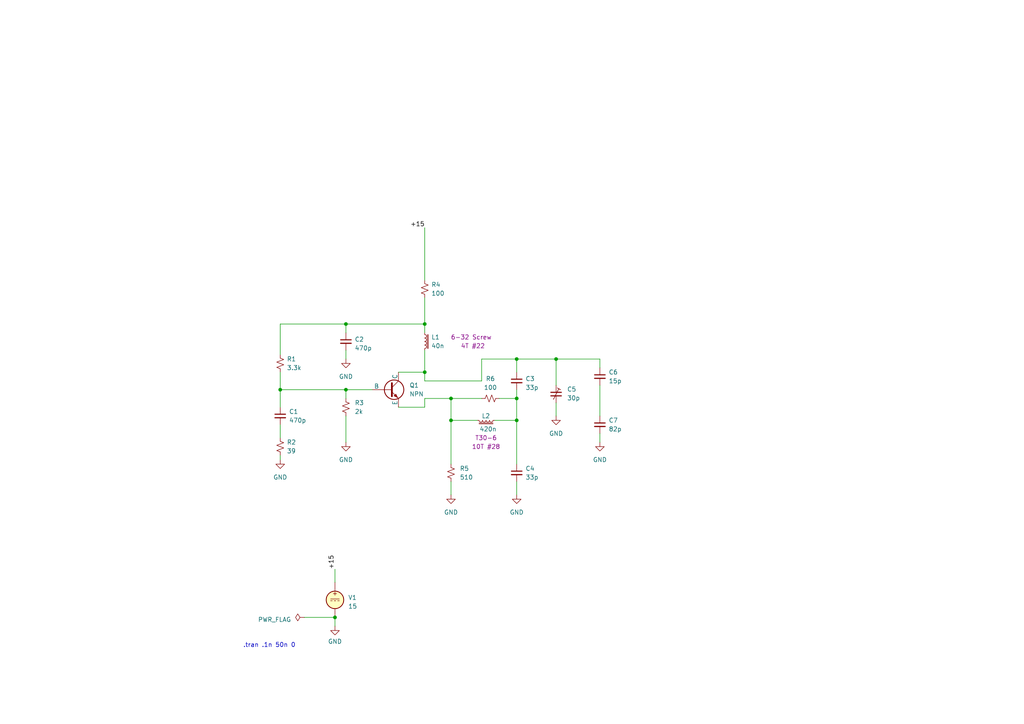
<source format=kicad_sch>
(kicad_sch (version 20230121) (generator eeschema)
  (paper "A4")
  (lib_symbols
    (symbol "Device:C_Small" (pin_numbers hide) (pin_names (offset 0.254) hide)
      (property "Reference" "C" (at 0.254 1.778 0))
      (property "Value" "C_Small" (at 0.254 -2.032 0))
      (symbol "C_Small_0_1"
        (polyline (pts (xy -1.524 -0.508) (xy 1.524 -0.508)) (stroke (width 0.3302)))
        (polyline (pts (xy -1.524 0.508) (xy 1.524 0.508)) (stroke (width 0.3048)))
      )
      (symbol "C_Small_1_1"
        (pin passive line (at 0 2.54 270) (length 2.032) (name "~") (number "1"))
        (pin passive line (at 0 -2.54 90) (length 2.032) (name "~") (number "2"))
      )
    )
    (symbol "Device:C_Trim_Small" (pin_numbers hide) (pin_names (offset 0.254) hide)
      (property "Reference" "C" (at 1.524 -2.032 0))
      (property "Value" "C_Trim_Small" (at 3.048 -3.556 0))
      (symbol "C_Trim_Small_0_1"
        (polyline (pts (xy -1.524 -0.508) (xy 1.524 -0.508)) (stroke (width 0.3048)))
        (polyline (pts (xy -1.524 0.508) (xy 1.524 0.508)) (stroke (width 0.3048)))
        (polyline (pts (xy 0.762 1.524) (xy -0.762 -1.524)) (stroke (width 0.1778)))
        (polyline (pts (xy 1.27 1.27) (xy 0.381 1.778)) (stroke (width 0.1778)))
      )
      (symbol "C_Trim_Small_1_1"
        (pin passive line (at 0 2.54 270) (length 2.032) (name "~") (number "1"))
        (pin passive line (at 0 -2.54 90) (length 2.032) (name "~") (number "2"))
      )
    )
    (symbol "Device:L_Iron_Small" (pin_numbers hide) (pin_names (offset 0.254) hide)
      (property "Reference" "L" (at 1.27 1.016 0))
      (property "Value" "L_Iron_Small" (at 1.27 -1.27 0))
      (symbol "L_Iron_Small_0_1"
        (arc (start 0 -2.032) (mid 0.5058 -1.524) (end 0 -1.016))
        (arc (start 0 -1.016) (mid 0.5058 -0.508) (end 0 0))
        (polyline (pts (xy 0.762 2.032) (xy 0.762 -2.032)))
        (polyline (pts (xy 1.016 -2.032) (xy 1.016 2.032)))
        (arc (start 0 0) (mid 0.5058 0.508) (end 0 1.016))
        (arc (start 0 1.016) (mid 0.5058 1.524) (end 0 2.032))
      )
      (symbol "L_Iron_Small_1_1"
        (pin passive line (at 0 2.54 270) (length 0.508) (name "~") (number "1"))
        (pin passive line (at 0 -2.54 90) (length 0.508) (name "~") (number "2"))
      )
    )
    (symbol "Device:R_Small_US" (pin_numbers hide) (pin_names (offset 0.254) hide)
      (property "Reference" "R" (at 0.762 0.508 0))
      (property "Value" "R_Small_US" (at 0.762 -1.016 0))
      (symbol "R_Small_US_1_1"
        (polyline (pts (xy 0 0) (xy 1.016 -0.381) (xy 0 -0.762) (xy -1.016 -1.143) (xy 0 -1.524)))
        (polyline (pts (xy 0 1.524) (xy 1.016 1.143) (xy 0 0.762) (xy -1.016 0.381) (xy 0 0)))
        (pin passive line (at 0 2.54 270) (length 1.016) (name "~") (number "1"))
        (pin passive line (at 0 -2.54 90) (length 1.016) (name "~") (number "2"))
      )
    )
    (symbol "Simulation_SPICE:NPN" (pin_numbers hide) (pin_names (offset 0))
      (property "Reference" "Q" (at -2.54 7.62 0))
      (property "Value" "NPN" (at -2.54 5.08 0))
      (symbol "NPN_0_1"
        (polyline (pts (xy -2.54 0) (xy 0.635 0)) (stroke (width 0.1524)))
        (polyline (pts (xy 0.635 0.635) (xy 2.54 2.54)))
        (polyline (pts (xy 2.794 -1.27) (xy 2.794 -1.27)) (stroke (width 0.1524)))
        (polyline (pts (xy 2.794 -1.27) (xy 2.794 -1.27)) (stroke (width 0.1524)))
        (polyline (pts (xy 0.635 -0.635) (xy 2.54 -2.54) (xy 2.54 -2.54)))
        (polyline (pts (xy 0.635 1.905) (xy 0.635 -1.905) (xy 0.635 -1.905)) (stroke (width 0.508)))
        (polyline (pts (xy 1.27 -1.778) (xy 1.778 -1.27) (xy 2.286 -2.286) (xy 1.27 -1.778) (xy 1.27 -1.778)) (fill (type outline)))
        (circle (center 1.27 0) (radius 2.8194) (stroke (width 0.254)))
      )
      (symbol "NPN_1_1"
        (pin open_collector line (at 2.54 5.08 270) (length 2.54) (name "C") (number "1"))
        (pin input line (at -5.08 0 0) (length 2.54) (name "B") (number "2"))
        (pin open_emitter line (at 2.54 -5.08 90) (length 2.54) (name "E") (number "3"))
      )
    )
    (symbol "Simulation_SPICE:VDC" (pin_numbers hide) (pin_names (offset 0.0254))
      (property "Reference" "V" (at 2.54 2.54 0))
      (property "Value" "1" (at 2.54 0 0))
      (symbol "VDC_0_0"
        (polyline (pts (xy -1.27 0.254) (xy 1.27 0.254)))
        (polyline (pts (xy -0.762 -0.254) (xy -1.27 -0.254)))
        (polyline (pts (xy 0.254 -0.254) (xy -0.254 -0.254)))
        (polyline (pts (xy 1.27 -0.254) (xy 0.762 -0.254)))
        (text "+" (at 0 1.905 0) (effects (font (size 1.27 1.27))))
      )
      (symbol "VDC_0_1"
        (circle (center 0 0) (radius 2.54) (stroke (width 0.254)) (fill (type background)))
      )
      (symbol "VDC_1_1"
        (pin passive line (at 0 5.08 270) (length 2.54) (name "~") (number "1"))
        (pin passive line (at 0 -5.08 90) (length 2.54) (name "~") (number "2"))
      )
    )
    (symbol "power:GND" (power) (pin_names (offset 0))
      (property "Value" "GND" (at 0 -3.81 0))
      (symbol "GND_0_1"
        (polyline (pts (xy 0 0) (xy 0 -1.27) (xy 1.27 -1.27) (xy 0 -2.54) (xy -1.27 -1.27) (xy 0 -1.27)))
      )
      (symbol "GND_1_1"
        (pin power_in line (at 0 0 270) (length 0) hide (name "GND") (number "1"))
      )
    )
    (symbol "power:PWR_FLAG" (power) (pin_numbers hide) (pin_names (offset 0) hide)
      (property "Value" "PWR_FLAG" (at 0 3.81 0))
      (symbol "PWR_FLAG_0_0"
        (pin power_out line (at 0 0 90) (length 0) (name "pwr") (number "1"))
      )
      (symbol "PWR_FLAG_0_1"
        (polyline (pts (xy 0 0) (xy 0 1.27) (xy -1.016 1.905) (xy 0 2.54) (xy 1.016 1.905) (xy 0 1.27)))
      )
    )
  )
  (junction (at 123.19 107.95))
  (junction (at 100.33 93.98))
  (junction (at 123.19 93.98))
  (junction (at 161.29 104.14))
  (junction (at 149.86 104.14))
  (junction (at 81.28 113.03))
  (junction (at 149.86 121.92))
  (junction (at 149.86 115.57))
  (junction (at 130.81 115.57))
  (junction (at 130.81 121.92))
  (junction (at 100.33 113.03))
  (junction (at 97.155 179.07))
  (wire (pts (xy 123.19 96.52) (xy 123.19 93.98)))
  (wire (pts (xy 81.28 102.87) (xy 81.28 93.98)))
  (wire (pts (xy 81.28 118.11) (xy 81.28 113.03)))
  (wire (pts (xy 139.7 110.49) (xy 139.7 104.14)))
  (wire (pts (xy 115.57 118.11) (xy 123.19 118.11)))
  (wire (pts (xy 161.29 104.14) (xy 173.99 104.14)))
  (wire (pts (xy 161.29 116.84) (xy 161.29 120.65)))
  (wire (pts (xy 97.155 179.07) (xy 97.155 181.61)))
  (wire (pts (xy 173.99 104.14) (xy 173.99 106.68)))
  (wire (pts (xy 100.33 120.65) (xy 100.33 128.27)))
  (wire (pts (xy 81.28 133.35) (xy 81.28 132.08)))
  (wire (pts (xy 130.81 115.57) (xy 139.7 115.57)))
  (wire (pts (xy 130.81 115.57) (xy 123.19 115.57)))
  (wire (pts (xy 81.28 93.98) (xy 100.33 93.98)))
  (wire (pts (xy 139.7 104.14) (xy 149.86 104.14)))
  (wire (pts (xy 123.19 101.6) (xy 123.19 107.95)))
  (wire (pts (xy 107.95 113.03) (xy 100.33 113.03)))
  (wire (pts (xy 123.19 110.49) (xy 139.7 110.49)))
  (wire (pts (xy 149.86 121.92) (xy 149.86 115.57)))
  (wire (pts (xy 173.99 111.76) (xy 173.99 120.65)))
  (wire (pts (xy 149.86 134.62) (xy 149.86 121.92)))
  (wire (pts (xy 138.43 121.92) (xy 130.81 121.92)))
  (wire (pts (xy 130.81 143.51) (xy 130.81 139.7)))
  (wire (pts (xy 149.86 107.95) (xy 149.86 104.14)))
  (wire (pts (xy 173.99 128.27) (xy 173.99 125.73)))
  (wire (pts (xy 97.155 165.1) (xy 97.155 168.91)))
  (wire (pts (xy 130.81 121.92) (xy 130.81 115.57)))
  (wire (pts (xy 130.81 134.62) (xy 130.81 121.92)))
  (wire (pts (xy 115.57 107.95) (xy 123.19 107.95)))
  (wire (pts (xy 144.78 115.57) (xy 149.86 115.57)))
  (wire (pts (xy 149.86 104.14) (xy 161.29 104.14)))
  (wire (pts (xy 123.19 66.04) (xy 123.19 81.28)))
  (wire (pts (xy 81.28 127) (xy 81.28 123.19)))
  (wire (pts (xy 123.19 115.57) (xy 123.19 118.11)))
  (wire (pts (xy 100.33 104.14) (xy 100.33 101.6)))
  (wire (pts (xy 143.51 121.92) (xy 149.86 121.92)))
  (wire (pts (xy 100.33 96.52) (xy 100.33 93.98)))
  (wire (pts (xy 81.28 113.03) (xy 100.33 113.03)))
  (wire (pts (xy 123.19 107.95) (xy 123.19 110.49)))
  (wire (pts (xy 149.86 115.57) (xy 149.86 113.03)))
  (wire (pts (xy 81.28 113.03) (xy 81.28 107.95)))
  (wire (pts (xy 123.19 86.36) (xy 123.19 93.98)))
  (wire (pts (xy 100.33 93.98) (xy 123.19 93.98)))
  (wire (pts (xy 100.33 115.57) (xy 100.33 113.03)))
  (wire (pts (xy 161.29 111.76) (xy 161.29 104.14)))
  (wire (pts (xy 88.265 179.07) (xy 97.155 179.07)))
  (wire (pts (xy 149.86 143.51) (xy 149.86 139.7)))
  (text ".tran .1n 50n 0" (at 70.485 187.96 0) (effects (font (size 1.27 1.27)) (justify left bottom)))
  (label "+15" (at 97.155 165.1 90))
  (label "+15" (at 123.19 66.04 180))
  (symbol (lib_id "Device:R_Small_US") (at 100.33 118.11 0) (unit 1)
    (property "Reference" "R3" (at 102.87 116.8399 0) (effects (justify left)))
    (property "Value" "2k" (at 102.87 119.3799 0) (effects (justify left)))
    (property "Footprint" "Resistor_THT:R_Axial_DIN0207_L6.3mm_D2.5mm_P7.62mm_Horizontal" (effects hide))
    (property "Datasheet" "https://www.yageo.com/upload/media/product/productsearch/datasheet/lr/YAGEO%20CFR_datasheet_2021v0.pdf" (effects hide))
    (property "Digikey-Part-Number" "13-CFR-25JT-52-2KCT-ND" (effects hide))
  )
  (symbol (lib_id "Device:R_Small_US") (at 142.24 115.57 90) (unit 1)
    (property "Reference" "R6" (at 142.24 109.855 90))
    (property "Value" "100" (at 142.24 112.395 90))
    (property "Footprint" "Resistor_THT:R_Axial_DIN0207_L6.3mm_D2.5mm_P7.62mm_Horizontal" (effects hide))
    (property "Datasheet" "https://www.yageo.com/upload/media/product/productsearch/datasheet/lr/YAGEO%20CFR_datasheet_2021v0.pdf" (effects hide))
    (property "Digikey-Part-Number" "36QBK-ND" (effects hide))
  )
  (symbol (lib_id "power:GND") (at 130.81 143.51 0) (unit 1)
    (property "Reference" "#PWR05" (effects hide))
    (property "Value" "GND" (at 130.81 148.59 0))
  )
  (symbol (lib_id "Device:R_Small_US") (at 130.81 137.16 0) (unit 1)
    (property "Reference" "R5" (at 133.35 135.8899 0) (effects (justify left)))
    (property "Value" "510" (at 133.35 138.4299 0) (effects (justify left)))
    (property "Footprint" "Resistor_THT:R_Axial_DIN0207_L6.3mm_D2.5mm_P7.62mm_Horizontal" (effects hide))
    (property "Datasheet" "https://www.yageo.com/upload/media/product/productsearch/datasheet/lr/YAGEO%20CFR_datasheet_2021v0.pdf" (effects hide))
    (property "Digikey-Part-Number" "	510QBK-ND" (effects hide))
  )
  (symbol (lib_id "Device:C_Small") (at 149.86 137.16 0) (unit 1)
    (property "Reference" "C4" (at 152.4 135.8962 0) (effects (justify left)))
    (property "Value" "33p" (at 152.4 138.4362 0) (effects (justify left)))
    (property "Footprint" "Capacitor_THT:C_Disc_D5.0mm_W2.5mm_P5.00mm" (effects hide))
    (property "Datasheet" "https://content.kemet.com/datasheets/KEM_C1049_GOLDMAX_C0G.pdf" (effects hide))
    (property "Digikey-Part-Number" "399-9731-ND" (effects hide))
  )
  (symbol (lib_id "power:GND") (at 81.28 133.35 0) (unit 1)
    (property "Reference" "#PWR01" (effects hide))
    (property "Value" "GND" (at 81.28 138.43 0))
  )
  (symbol (lib_id "Device:C_Small") (at 81.28 120.65 0) (unit 1)
    (property "Reference" "C1" (at 83.82 119.3862 0) (effects (justify left)))
    (property "Value" "470p" (at 83.82 121.9262 0) (effects (justify left)))
    (property "Footprint" "Capacitor_THT:C_Disc_D5.0mm_W2.5mm_P5.00mm" (effects hide))
    (property "Datasheet" "https://connect.kemet.com:7667/gateway/IntelliData-ComponentDocumentation/1.0/download/datasheet/C315C471K1G5TA" (effects hide))
    (property "Digikey-Part-Number" "BC5214CT-ND" (effects hide))
  )
  (symbol (lib_id "Device:R_Small_US") (at 123.19 83.82 0) (unit 1)
    (property "Reference" "R4" (at 125.095 82.55 0) (effects (justify left)))
    (property "Value" "100" (at 125.095 85.09 0) (effects (justify left)))
    (property "Footprint" "Resistor_THT:R_Axial_DIN0207_L6.3mm_D2.5mm_P7.62mm_Horizontal" (effects hide))
    (property "Datasheet" "https://www.yageo.com/upload/media/product/productsearch/datasheet/lr/YAGEO%20CFR_datasheet_2021v0.pdf" (effects hide))
    (property "Digikey-Part-Number" "3.3KQBK-ND" (effects hide))
  )
  (symbol (lib_id "Simulation_SPICE:VDC") (at 97.155 173.99 0) (unit 1) (on_board no)
    (property "Reference" "V1" (at 100.965 173.3192 0) (effects (justify left)))
    (property "Value" "15" (at 100.965 175.8592 0) (effects (justify left)))
    (property "Sim.Pins" "1=+ 2=-" (effects hide))
    (property "Sim.Type" "DC" (effects hide))
    (property "Sim.Device" "V" (effects hide))
  )
  (symbol (lib_id "Device:C_Small") (at 173.99 109.22 0) (unit 1)
    (property "Reference" "C6" (at 176.53 107.9562 0) (effects (justify left)))
    (property "Value" "15p" (at 176.53 110.4962 0) (effects (justify left)))
    (property "Footprint" "Capacitor_THT:C_Disc_D5.0mm_W2.5mm_P5.00mm" (effects hide))
    (property "Datasheet" "https://content.kemet.com/datasheets/KEM_C1049_GOLDMAX_C0G.pdf" (effects hide))
    (property "Digikey-Part-Number" "399-8913-ND" (effects hide))
  )
  (symbol (lib_id "power:GND") (at 173.99 128.27 0) (unit 1)
    (property "Reference" "#PWR08" (effects hide))
    (property "Value" "GND" (at 173.99 133.35 0))
  )
  (symbol (lib_id "power:GND") (at 97.155 181.61 0) (unit 1)
    (property "Reference" "#PWR02" (effects hide))
    (property "Value" "GND" (at 97.155 186.055 0))
  )
  (symbol (lib_id "Device:L_Iron_Small") (at 140.97 121.92 270) (unit 1)
    (property "Reference" "L2" (at 139.7 120.65 90) (effects (justify left)))
    (property "Value" "420n" (at 139.065 124.46 90) (effects (justify left)))
    (property "Footprint" "Inductor_THT:L_Toroid_Vertical_L13.0mm_W6.5mm_P5.60mm" (effects hide))
    (property "Toroid" "T30-6" (at 140.97 127 90))
    (property "Turns" "10T #28" (at 140.97 129.54 90))
    (property "Digikey-Part-Number" "N/A" (effects hide))
  )
  (symbol (lib_id "Device:L_Iron_Small") (at 123.19 99.06 0) (unit 1)
    (property "Reference" "L1" (at 125.095 97.7899 0) (effects (justify left)))
    (property "Value" "40n" (at 125.095 100.3299 0) (effects (justify left)))
    (property "Footprint" "Inductor_THT:L_Toroid_Vertical_L13.0mm_W6.5mm_P5.60mm" (effects hide))
    (property "Toroid" "6-32 Screw " (at 137.16 97.79 0))
    (property "Turns" "4T #22" (at 137.16 100.33 0))
    (property "Digikey-Part-Number" "N/A" (effects hide))
  )
  (symbol (lib_id "power:GND") (at 161.29 120.65 0) (unit 1)
    (property "Reference" "#PWR07" (effects hide))
    (property "Value" "GND" (at 161.29 125.73 0))
  )
  (symbol (lib_id "Device:C_Small") (at 173.99 123.19 0) (unit 1)
    (property "Reference" "C7" (at 176.53 121.92 0) (effects (justify left)))
    (property "Value" "82p" (at 176.53 124.46 0) (effects (justify left)))
    (property "Footprint" "Capacitor_THT:C_Disc_D5.0mm_W2.5mm_P5.00mm" (effects hide))
    (property "Datasheet" "https://connect.kemet.com:7667/gateway/IntelliData-ComponentDocumentation/1.0/download/datasheet/C315C820J2G5TA" (effects hide))
    (property "Digikey-Part-Number" "399-13944-ND" (effects hide))
  )
  (symbol (lib_id "Simulation_SPICE:NPN") (at 113.03 113.03 0) (unit 1)
    (property "Reference" "Q1" (at 118.745 111.76 0) (effects (justify left)))
    (property "Value" "NPN" (at 118.745 114.3 0) (effects (justify left)))
    (property "Datasheet" "https://www.digikey.com/htmldatasheets/production/1325473/0/0/1/2n5179.html?utm_adgroup=General&utm_source=google&utm_medium=cpc&utm_campaign=Dynamic%20Search_EN_RLSA&utm_term=&utm_content=General&gclid=EAIaIQobChMIsZ37zbuRgQMVcvvjBx3X9AqAEAAYASAAEgKw0fD_BwE" (effects hide))
    (property "Sim.Device" "NPN" (effects hide))
    (property "Sim.Type" "GUMMELPOON" (effects hide))
    (property "Sim.Pins" "1=C 2=B 3=E" (effects hide))
  )
  (symbol (lib_id "power:PWR_FLAG") (at 88.265 179.07 90) (unit 1)
    (property "Reference" "#FLG01" (effects hide))
    (property "Value" "PWR_FLAG" (at 84.455 179.705 90) (effects (justify left)))
  )
  (symbol (lib_id "power:GND") (at 149.86 143.51 0) (unit 1)
    (property "Reference" "#PWR06" (effects hide))
    (property "Value" "GND" (at 149.86 148.59 0))
  )
  (symbol (lib_id "power:GND") (at 100.33 128.27 0) (unit 1)
    (property "Reference" "#PWR04" (effects hide))
    (property "Value" "GND" (at 100.33 133.35 0))
  )
  (symbol (lib_id "Device:C_Trim_Small") (at 161.29 114.3 0) (unit 1)
    (property "Reference" "C5" (at 164.465 112.903 0) (effects (justify left)))
    (property "Value" "30p" (at 164.465 115.443 0) (effects (justify left)))
    (property "Footprint" "spectrum_analyzer:GKG60015" (effects hide))
    (property "Datasheet" "https://media.digikey.com/pdf/Data%20Sheets/EW%20Electronics-Edmar/GKGxx015_016_Series_DS.pdf" (effects hide))
    (property "Digikey-Part-Number" "	2447-GKG60015-ND" (effects hide))
  )
  (symbol (lib_id "Device:R_Small_US") (at 81.28 129.54 0) (unit 1)
    (property "Reference" "R2" (at 83.185 128.2699 0) (effects (justify left)))
    (property "Value" "39" (at 83.185 130.8099 0) (effects (justify left)))
    (property "Footprint" "Resistor_THT:R_Axial_DIN0207_L6.3mm_D2.5mm_P7.62mm_Horizontal" (effects hide))
    (property "Datasheet" "https://www.yageo.com/upload/media/product/productsearch/datasheet/lr/YAGEO%20CFR_datasheet_2021v0.pdf" (effects hide))
    (property "Digikey-Part-Number" "39QBK-ND" (effects hide))
  )
  (symbol (lib_id "Device:R_Small_US") (at 81.28 105.41 0) (unit 1)
    (property "Reference" "R1" (at 83.185 104.1399 0) (effects (justify left)))
    (property "Value" "3.3k" (at 83.185 106.6799 0) (effects (justify left)))
    (property "Footprint" "Resistor_THT:R_Axial_DIN0207_L6.3mm_D2.5mm_P7.62mm_Horizontal" (effects hide))
    (property "Datasheet" "https://www.yageo.com/upload/media/product/productsearch/datasheet/lr/YAGEO%20CFR_datasheet_2021v0.pdf" (effects hide))
    (property "Digikey-Part-Number" "3.3KQBK-ND" (effects hide))
  )
  (symbol (lib_id "power:GND") (at 100.33 104.14 0) (unit 1)
    (property "Reference" "#PWR03" (effects hide))
    (property "Value" "GND" (at 100.33 109.22 0))
  )
  (symbol (lib_id "Device:C_Small") (at 149.86 110.49 0) (unit 1)
    (property "Reference" "C3" (at 152.4 109.8613 0) (effects (justify left)))
    (property "Value" "33p" (at 152.4 112.4013 0) (effects (justify left)))
    (property "Footprint" "Capacitor_THT:C_Disc_D5.0mm_W2.5mm_P5.00mm" (effects hide))
    (property "Datasheet" "https://content.kemet.com/datasheets/KEM_C1049_GOLDMAX_C0G.pdf" (effects hide))
    (property "Digikey-Part-Number" "399-9731-ND" (effects hide))
  )
  (symbol (lib_id "Device:C_Small") (at 100.33 99.06 0) (unit 1)
    (property "Reference" "C2" (at 102.87 98.4313 0) (effects (justify left)))
    (property "Value" "470p" (at 102.87 100.9713 0) (effects (justify left)))
    (property "Footprint" "Capacitor_THT:C_Disc_D5.0mm_W2.5mm_P5.00mm" (effects hide))
    (property "Datasheet" "https://connect.kemet.com:7667/gateway/IntelliData-ComponentDocumentation/1.0/download/datasheet/C315C471K1G5TA" (effects hide))
    (property "Digikey-Part-Number" "BC5214CT-ND" (effects hide))
  )
)
</source>
